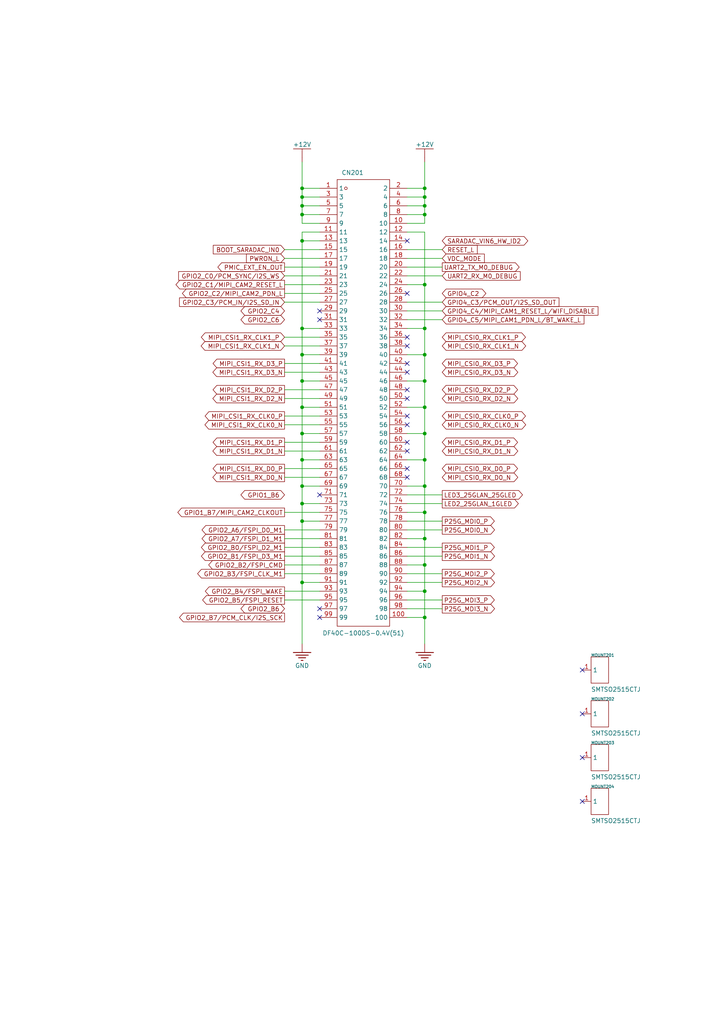
<source format=kicad_sch>
(kicad_sch (version 20250114) (generator "eeschema") (generator_version "9.0")
  (paper "A4" portrait)
  (title_block (title "CM3588 Connector 1"))
  (lib_symbols
    (symbol "mainboard:DF40C-100DS-0.4V(51)"
      (symbol "DF40C-100DS-0.4V(51)_1_0"
        (rectangle (start -7.62 63.5) (end 7.62 -66.04))
        (circle (center -5.08 60.96) (radius 0.381))
        (pin input line (at -12.7 60.96 0) (length 5.08) (name "1") (number "1"))
        (pin input line (at -12.7 58.42 0) (length 5.08) (name "3") (number "3"))
        (pin input line (at -12.7 55.88 0) (length 5.08) (name "5") (number "5"))
        (pin input line (at -12.7 53.34 0) (length 5.08) (name "7") (number "7"))
        (pin input line (at -12.7 50.8 0) (length 5.08) (name "9") (number "9"))
        (pin input line (at -12.7 48.26 0) (length 5.08) (name "11") (number "11"))
        (pin input line (at -12.7 45.72 0) (length 5.08) (name "13") (number "13"))
        (pin input line (at -12.7 43.18 0) (length 5.08) (name "15") (number "15"))
        (pin input line (at -12.7 40.64 0) (length 5.08) (name "17") (number "17"))
        (pin input line (at -12.7 38.1 0) (length 5.08) (name "19") (number "19"))
        (pin input line (at -12.7 35.56 0) (length 5.08) (name "21") (number "21"))
        (pin input line (at -12.7 33.02 0) (length 5.08) (name "23") (number "23"))
        (pin input line (at -12.7 30.48 0) (length 5.08) (name "25") (number "25"))
        (pin input line (at -12.7 27.94 0) (length 5.08) (name "27") (number "27"))
        (pin input line (at -12.7 25.4 0) (length 5.08) (name "29") (number "29"))
        (pin input line (at -12.7 22.86 0) (length 5.08) (name "31") (number "31"))
        (pin input line (at -12.7 20.32 0) (length 5.08) (name "33") (number "33"))
        (pin input line (at -12.7 17.78 0) (length 5.08) (name "35") (number "35"))
        (pin input line (at -12.7 15.24 0) (length 5.08) (name "37") (number "37"))
        (pin input line (at -12.7 12.7 0) (length 5.08) (name "39") (number "39"))
        (pin input line (at -12.7 10.16 0) (length 5.08) (name "41") (number "41"))
        (pin input line (at -12.7 7.62 0) (length 5.08) (name "43") (number "43"))
        (pin input line (at -12.7 5.08 0) (length 5.08) (name "45") (number "45"))
        (pin input line (at -12.7 2.54 0) (length 5.08) (name "47") (number "47"))
        (pin input line (at -12.7 0 0) (length 5.08) (name "49") (number "49"))
        (pin input line (at -12.7 -2.54 0) (length 5.08) (name "51") (number "51"))
        (pin input line (at -12.7 -5.08 0) (length 5.08) (name "53") (number "53"))
        (pin input line (at -12.7 -7.62 0) (length 5.08) (name "55") (number "55"))
        (pin input line (at -12.7 -10.16 0) (length 5.08) (name "57") (number "57"))
        (pin input line (at -12.7 -12.7 0) (length 5.08) (name "59") (number "59"))
        (pin input line (at -12.7 -15.24 0) (length 5.08) (name "61") (number "61"))
        (pin input line (at -12.7 -17.78 0) (length 5.08) (name "63") (number "63"))
        (pin input line (at -12.7 -20.32 0) (length 5.08) (name "65") (number "65"))
        (pin input line (at -12.7 -22.86 0) (length 5.08) (name "67") (number "67"))
        (pin input line (at -12.7 -25.4 0) (length 5.08) (name "69") (number "69"))
        (pin input line (at -12.7 -27.94 0) (length 5.08) (name "71") (number "71"))
        (pin input line (at -12.7 -30.48 0) (length 5.08) (name "73") (number "73"))
        (pin input line (at -12.7 -33.02 0) (length 5.08) (name "75") (number "75"))
        (pin input line (at -12.7 -35.56 0) (length 5.08) (name "77") (number "77"))
        (pin input line (at -12.7 -38.1 0) (length 5.08) (name "79") (number "79"))
        (pin input line (at -12.7 -40.64 0) (length 5.08) (name "81") (number "81"))
        (pin input line (at -12.7 -43.18 0) (length 5.08) (name "83") (number "83"))
        (pin input line (at -12.7 -45.72 0) (length 5.08) (name "85") (number "85"))
        (pin input line (at -12.7 -48.26 0) (length 5.08) (name "87") (number "87"))
        (pin input line (at -12.7 -50.8 0) (length 5.08) (name "89") (number "89"))
        (pin input line (at -12.7 -53.34 0) (length 5.08) (name "91") (number "91"))
        (pin input line (at -12.7 -55.88 0) (length 5.08) (name "93") (number "93"))
        (pin input line (at -12.7 -58.42 0) (length 5.08) (name "95") (number "95"))
        (pin input line (at -12.7 -60.96 0) (length 5.08) (name "97") (number "97"))
        (pin input line (at -12.7 -63.5 0) (length 5.08) (name "99") (number "99"))
        (pin input line (at 12.7 60.96 180) (length 5.08) (name "2") (number "2"))
        (pin input line (at 12.7 58.42 180) (length 5.08) (name "4") (number "4"))
        (pin input line (at 12.7 55.88 180) (length 5.08) (name "6") (number "6"))
        (pin input line (at 12.7 53.34 180) (length 5.08) (name "8") (number "8"))
        (pin input line (at 12.7 50.8 180) (length 5.08) (name "10") (number "10"))
        (pin input line (at 12.7 48.26 180) (length 5.08) (name "12") (number "12"))
        (pin input line (at 12.7 45.72 180) (length 5.08) (name "14") (number "14"))
        (pin input line (at 12.7 43.18 180) (length 5.08) (name "16") (number "16"))
        (pin input line (at 12.7 40.64 180) (length 5.08) (name "18") (number "18"))
        (pin input line (at 12.7 38.1 180) (length 5.08) (name "20") (number "20"))
        (pin input line (at 12.7 35.56 180) (length 5.08) (name "22") (number "22"))
        (pin input line (at 12.7 33.02 180) (length 5.08) (name "24") (number "24"))
        (pin input line (at 12.7 30.48 180) (length 5.08) (name "26") (number "26"))
        (pin input line (at 12.7 27.94 180) (length 5.08) (name "28") (number "28"))
        (pin input line (at 12.7 25.4 180) (length 5.08) (name "30") (number "30"))
        (pin input line (at 12.7 22.86 180) (length 5.08) (name "32") (number "32"))
        (pin input line (at 12.7 20.32 180) (length 5.08) (name "34") (number "34"))
        (pin input line (at 12.7 17.78 180) (length 5.08) (name "36") (number "36"))
        (pin input line (at 12.7 15.24 180) (length 5.08) (name "38") (number "38"))
        (pin input line (at 12.7 12.7 180) (length 5.08) (name "40") (number "40"))
        (pin input line (at 12.7 10.16 180) (length 5.08) (name "42") (number "42"))
        (pin input line (at 12.7 7.62 180) (length 5.08) (name "44") (number "44"))
        (pin input line (at 12.7 5.08 180) (length 5.08) (name "46") (number "46"))
        (pin input line (at 12.7 2.54 180) (length 5.08) (name "48") (number "48"))
        (pin input line (at 12.7 0 180) (length 5.08) (name "50") (number "50"))
        (pin input line (at 12.7 -2.54 180) (length 5.08) (name "52") (number "52"))
        (pin input line (at 12.7 -5.08 180) (length 5.08) (name "54") (number "54"))
        (pin input line (at 12.7 -7.62 180) (length 5.08) (name "56") (number "56"))
        (pin input line (at 12.7 -10.16 180) (length 5.08) (name "58") (number "58"))
        (pin input line (at 12.7 -12.7 180) (length 5.08) (name "60") (number "60"))
        (pin input line (at 12.7 -15.24 180) (length 5.08) (name "62") (number "62"))
        (pin input line (at 12.7 -17.78 180) (length 5.08) (name "64") (number "64"))
        (pin input line (at 12.7 -20.32 180) (length 5.08) (name "66") (number "66"))
        (pin input line (at 12.7 -22.86 180) (length 5.08) (name "68") (number "68"))
        (pin input line (at 12.7 -25.4 180) (length 5.08) (name "70") (number "70"))
        (pin input line (at 12.7 -27.94 180) (length 5.08) (name "72") (number "72"))
        (pin input line (at 12.7 -30.48 180) (length 5.08) (name "74") (number "74"))
        (pin input line (at 12.7 -33.02 180) (length 5.08) (name "76") (number "76"))
        (pin input line (at 12.7 -35.56 180) (length 5.08) (name "78") (number "78"))
        (pin input line (at 12.7 -38.1 180) (length 5.08) (name "80") (number "80"))
        (pin input line (at 12.7 -40.64 180) (length 5.08) (name "82") (number "82"))
        (pin input line (at 12.7 -43.18 180) (length 5.08) (name "84") (number "84"))
        (pin input line (at 12.7 -45.72 180) (length 5.08) (name "86") (number "86"))
        (pin input line (at 12.7 -48.26 180) (length 5.08) (name "88") (number "88"))
        (pin input line (at 12.7 -50.8 180) (length 5.08) (name "90") (number "90"))
        (pin input line (at 12.7 -53.34 180) (length 5.08) (name "92") (number "92"))
        (pin input line (at 12.7 -55.88 180) (length 5.08) (name "94") (number "94"))
        (pin input line (at 12.7 -58.42 180) (length 5.08) (name "96") (number "96"))
        (pin input line (at 12.7 -60.96 180) (length 5.08) (name "98") (number "98"))
        (pin input line (at 12.7 -63.5 180) (length 5.08) (name "100") (number "100"))
      )
    )
    (symbol "mainboard:Ground-GND" (power) (pin_numbers (hide yes)) (pin_names (hide yes))
      (property "Value" "GND" (at 0 -6.35 0))
      (symbol "Ground-GND_1_0"
        (polyline (pts (xy -2.54 -2.54) (xy 2.54 -2.54)) (stroke (width 0.254)))
        (polyline (pts (xy -1.778 -3.302) (xy 1.778 -3.302)) (stroke (width 0.254)))
        (polyline (pts (xy -1.016 -4.064) (xy 1.016 -4.064)) (stroke (width 0.254)))
        (polyline (pts (xy -0.254 -4.826) (xy 0.254 -4.826)) (stroke (width 0.254)))
        (pin power_in line (at 0 0 270) (length 2.54) (name "") (number "1"))
      )
    )
    (symbol "mainboard:Power-5V" (power) (pin_numbers (hide yes)) (pin_names (hide yes))
      (symbol "Power-5V_1_0"
        (polyline (pts (xy -2.54 3.81) (xy 2.54 3.81)))
        (polyline (pts (xy 0 3.81) (xy 0 1.27)))
        (pin power_in line (at 0 0 90) (length 1.27) (name "+12V") (number "1"))
      )
    )
    (symbol "mainboard:SMTSO2515CTJ"
      (property "Reference" "U" (at 0 0 0))
      (symbol "SMTSO2515CTJ_1_0"
        (rectangle (start 0 -3.81) (end 5.08 3.81))
        (pin input line (at -2.54 0 0) (length 2.54) (name "1") (number "1"))
      )
    )
  )
  (junction (at 87.63 54.61))
  (junction (at 123.19 171.45))
  (junction (at 87.63 151.13))
  (junction (at 87.63 125.73))
  (junction (at 123.19 179.07))
  (junction (at 87.63 95.25))
  (junction (at 87.63 62.23))
  (junction (at 87.63 59.69))
  (junction (at 123.19 54.61))
  (junction (at 123.19 156.21))
  (junction (at 87.63 118.11))
  (junction (at 87.63 102.87))
  (junction (at 123.19 118.11))
  (junction (at 123.19 57.15))
  (junction (at 123.19 133.35))
  (junction (at 123.19 140.97))
  (junction (at 87.63 146.05))
  (junction (at 123.19 110.49))
  (junction (at 123.19 59.69))
  (junction (at 123.19 102.87))
  (junction (at 87.63 133.35))
  (junction (at 123.19 163.83))
  (junction (at 123.19 125.73))
  (junction (at 123.19 62.23))
  (junction (at 123.19 95.25))
  (junction (at 87.63 168.91))
  (junction (at 87.63 110.49))
  (junction (at 123.19 82.55))
  (junction (at 87.63 69.85))
  (junction (at 123.19 148.59))
  (junction (at 87.63 140.97))
  (junction (at 87.63 57.15))
  (no_connect (at 92.71 92.71))
  (no_connect (at 118.11 105.41))
  (no_connect (at 168.91 219.71))
  (no_connect (at 92.71 176.53))
  (no_connect (at 118.11 120.65))
  (no_connect (at 92.71 90.17))
  (no_connect (at 118.11 115.57))
  (no_connect (at 118.11 100.33))
  (no_connect (at 118.11 85.09))
  (no_connect (at 168.91 194.31))
  (no_connect (at 118.11 107.95))
  (no_connect (at 92.71 179.07))
  (no_connect (at 118.11 113.03))
  (no_connect (at 118.11 123.19))
  (no_connect (at 118.11 130.81))
  (no_connect (at 118.11 135.89))
  (no_connect (at 118.11 69.85))
  (no_connect (at 118.11 97.79))
  (no_connect (at 118.11 128.27))
  (no_connect (at 168.91 207.01))
  (no_connect (at 118.11 138.43))
  (no_connect (at 168.91 232.41))
  (no_connect (at 92.71 143.51))
  (wire (pts (xy 87.63 151.13) (xy 87.63 146.05)))
  (wire (pts (xy 87.63 57.15) (xy 87.63 59.69)))
  (wire (pts (xy 92.71 146.05) (xy 87.63 146.05)))
  (wire (pts (xy 118.11 179.07) (xy 123.19 179.07)))
  (wire (pts (xy 92.71 107.95) (xy 82.55 107.95)))
  (wire (pts (xy 118.11 110.49) (xy 123.19 110.49)))
  (wire (pts (xy 118.11 67.31) (xy 123.19 67.31)))
  (wire (pts (xy 87.63 118.11) (xy 87.63 110.49)))
  (wire (pts (xy 87.63 186.69) (xy 87.63 168.91)))
  (wire (pts (xy 118.11 102.87) (xy 123.19 102.87)))
  (wire (pts (xy 118.11 62.23) (xy 123.19 62.23)))
  (wire (pts (xy 92.71 54.61) (xy 87.63 54.61)))
  (wire (pts (xy 82.55 97.79) (xy 92.71 97.79)))
  (wire (pts (xy 118.11 156.21) (xy 123.19 156.21)))
  (wire (pts (xy 87.63 133.35) (xy 87.63 125.73)))
  (wire (pts (xy 118.11 54.61) (xy 123.19 54.61)))
  (wire (pts (xy 118.11 140.97) (xy 123.19 140.97)))
  (wire (pts (xy 128.27 90.17) (xy 118.11 90.17)))
  (wire (pts (xy 92.71 140.97) (xy 87.63 140.97)))
  (wire (pts (xy 92.71 125.73) (xy 87.63 125.73)))
  (wire (pts (xy 92.71 115.57) (xy 82.55 115.57)))
  (wire (pts (xy 92.71 133.35) (xy 87.63 133.35)))
  (wire (pts (xy 82.55 80.01) (xy 92.71 80.01)))
  (wire (pts (xy 118.11 74.93) (xy 128.27 74.93)))
  (wire (pts (xy 87.63 95.25) (xy 87.63 69.85)))
  (wire (pts (xy 123.19 148.59) (xy 123.19 140.97)))
  (wire (pts (xy 118.11 72.39) (xy 128.27 72.39)))
  (wire (pts (xy 118.11 146.05) (xy 128.27 146.05)))
  (wire (pts (xy 82.55 87.63) (xy 92.71 87.63)))
  (wire (pts (xy 92.71 148.59) (xy 82.55 148.59)))
  (wire (pts (xy 87.63 125.73) (xy 87.63 118.11)))
  (wire (pts (xy 123.19 186.69) (xy 123.19 179.07)))
  (wire (pts (xy 118.11 80.01) (xy 128.27 80.01)))
  (wire (pts (xy 123.19 54.61) (xy 123.19 57.15)))
  (wire (pts (xy 82.55 163.83) (xy 92.71 163.83)))
  (wire (pts (xy 92.71 95.25) (xy 87.63 95.25)))
  (wire (pts (xy 92.71 161.29) (xy 82.55 161.29)))
  (wire (pts (xy 118.11 148.59) (xy 123.19 148.59)))
  (wire (pts (xy 123.19 179.07) (xy 123.19 171.45)))
  (wire (pts (xy 87.63 110.49) (xy 87.63 102.87)))
  (wire (pts (xy 92.71 123.19) (xy 82.55 123.19)))
  (wire (pts (xy 92.71 130.81) (xy 82.55 130.81)))
  (wire (pts (xy 92.71 105.41) (xy 82.55 105.41)))
  (wire (pts (xy 123.19 125.73) (xy 123.19 118.11)))
  (wire (pts (xy 118.11 82.55) (xy 123.19 82.55)))
  (wire (pts (xy 118.11 133.35) (xy 123.19 133.35)))
  (wire (pts (xy 118.11 166.37) (xy 128.27 166.37)))
  (wire (pts (xy 118.11 168.91) (xy 128.27 168.91)))
  (wire (pts (xy 123.19 171.45) (xy 123.19 163.83)))
  (wire (pts (xy 118.11 57.15) (xy 123.19 57.15)))
  (wire (pts (xy 92.71 85.09) (xy 82.55 85.09)))
  (wire (pts (xy 123.19 95.25) (xy 123.19 82.55)))
  (wire (pts (xy 92.71 82.55) (xy 82.55 82.55)))
  (wire (pts (xy 128.27 87.63) (xy 118.11 87.63)))
  (wire (pts (xy 92.71 128.27) (xy 82.55 128.27)))
  (wire (pts (xy 118.11 125.73) (xy 123.19 125.73)))
  (wire (pts (xy 87.63 54.61) (xy 87.63 57.15)))
  (wire (pts (xy 128.27 92.71) (xy 118.11 92.71)))
  (wire (pts (xy 123.19 102.87) (xy 123.19 95.25)))
  (wire (pts (xy 92.71 59.69) (xy 87.63 59.69)))
  (wire (pts (xy 92.71 72.39) (xy 82.55 72.39)))
  (wire (pts (xy 92.71 118.11) (xy 87.63 118.11)))
  (wire (pts (xy 118.11 118.11) (xy 123.19 118.11)))
  (wire (pts (xy 118.11 143.51) (xy 128.27 143.51)))
  (wire (pts (xy 92.71 74.93) (xy 82.55 74.93)))
  (wire (pts (xy 118.11 153.67) (xy 128.27 153.67)))
  (wire (pts (xy 87.63 146.05) (xy 87.63 140.97)))
  (wire (pts (xy 123.19 82.55) (xy 123.19 67.31)))
  (wire (pts (xy 92.71 102.87) (xy 87.63 102.87)))
  (wire (pts (xy 118.11 151.13) (xy 128.27 151.13)))
  (wire (pts (xy 87.63 69.85) (xy 87.63 67.31)))
  (wire (pts (xy 123.19 62.23) (xy 123.19 64.77)))
  (wire (pts (xy 123.19 118.11) (xy 123.19 110.49)))
  (wire (pts (xy 118.11 163.83) (xy 123.19 163.83)))
  (wire (pts (xy 87.63 46.99) (xy 87.63 54.61)))
  (wire (pts (xy 92.71 168.91) (xy 87.63 168.91)))
  (wire (pts (xy 92.71 69.85) (xy 87.63 69.85)))
  (wire (pts (xy 92.71 138.43) (xy 82.55 138.43)))
  (wire (pts (xy 123.19 57.15) (xy 123.19 59.69)))
  (wire (pts (xy 118.11 95.25) (xy 123.19 95.25)))
  (wire (pts (xy 92.71 156.21) (xy 82.55 156.21)))
  (wire (pts (xy 118.11 176.53) (xy 128.27 176.53)))
  (wire (pts (xy 87.63 102.87) (xy 87.63 95.25)))
  (wire (pts (xy 123.19 140.97) (xy 123.19 133.35)))
  (wire (pts (xy 123.19 46.99) (xy 123.19 54.61)))
  (wire (pts (xy 87.63 168.91) (xy 87.63 151.13)))
  (wire (pts (xy 123.19 59.69) (xy 123.19 62.23)))
  (wire (pts (xy 92.71 64.77) (xy 87.63 64.77)))
  (wire (pts (xy 118.11 64.77) (xy 123.19 64.77)))
  (wire (pts (xy 87.63 140.97) (xy 87.63 133.35)))
  (wire (pts (xy 92.71 153.67) (xy 82.55 153.67)))
  (wire (pts (xy 123.19 163.83) (xy 123.19 156.21)))
  (wire (pts (xy 92.71 151.13) (xy 87.63 151.13)))
  (wire (pts (xy 123.19 156.21) (xy 123.19 148.59)))
  (wire (pts (xy 92.71 57.15) (xy 87.63 57.15)))
  (wire (pts (xy 118.11 158.75) (xy 128.27 158.75)))
  (wire (pts (xy 118.11 59.69) (xy 123.19 59.69)))
  (wire (pts (xy 92.71 120.65) (xy 82.55 120.65)))
  (wire (pts (xy 92.71 113.03) (xy 82.55 113.03)))
  (wire (pts (xy 92.71 135.89) (xy 82.55 135.89)))
  (wire (pts (xy 87.63 59.69) (xy 87.63 62.23)))
  (wire (pts (xy 87.63 62.23) (xy 87.63 64.77)))
  (wire (pts (xy 92.71 67.31) (xy 87.63 67.31)))
  (wire (pts (xy 92.71 166.37) (xy 82.55 166.37)))
  (wire (pts (xy 118.11 171.45) (xy 123.19 171.45)))
  (wire (pts (xy 118.11 161.29) (xy 128.27 161.29)))
  (wire (pts (xy 123.19 133.35) (xy 123.19 125.73)))
  (wire (pts (xy 92.71 100.33) (xy 82.55 100.33)))
  (wire (pts (xy 92.71 77.47) (xy 82.55 77.47)))
  (wire (pts (xy 92.71 62.23) (xy 87.63 62.23)))
  (wire (pts (xy 123.19 110.49) (xy 123.19 102.87)))
  (wire (pts (xy 118.11 173.99) (xy 128.27 173.99)))
  (wire (pts (xy 92.71 171.45) (xy 82.55 171.45)))
  (wire (pts (xy 92.71 158.75) (xy 82.55 158.75)))
  (wire (pts (xy 92.71 110.49) (xy 87.63 110.49)))
  (wire (pts (xy 82.55 173.99) (xy 92.71 173.99)))
  (wire (pts (xy 118.11 77.47) (xy 128.27 77.47)))
  (global_label "MIPI_CSI0_RX_CLK0_N" (shape bidirectional) (at 128.27 123.19 0) (property "Intersheetrefs" "${INTERSHEET_REFS}" (effects (hide yes))))
  (global_label "GPIO4_C4/MIPI_CAM1_RESET_L/WIFI_DISABLE" (shape input) (at 128.27 90.17 0) (property "Intersheetrefs" "${INTERSHEET_REFS}" (effects (hide yes))))
  (global_label "UART2_TX_M0_DEBUG" (shape output) (at 128.27 77.47 0) (property "Intersheetrefs" "${INTERSHEET_REFS}" (effects (hide yes))))
  (global_label "MIPI_CSI0_RX_CLK1_N" (shape bidirectional) (at 128.27 100.33 0) (property "Intersheetrefs" "${INTERSHEET_REFS}" (effects (hide yes))))
  (global_label "MIPI_CSI0_RX_CLK0_P" (shape bidirectional) (at 128.27 120.65 0) (property "Intersheetrefs" "${INTERSHEET_REFS}" (effects (hide yes))))
  (global_label "MIPI_CSI0_RX_D1_P" (shape bidirectional) (at 128.27 128.27 0) (property "Intersheetrefs" "${INTERSHEET_REFS}" (effects (hide yes))))
  (global_label "GPIO2_A7/FSPI_D1_M1" (shape output) (at 82.55 156.21 180) (property "Intersheetrefs" "${INTERSHEET_REFS}" (effects (hide yes))))
  (global_label "GPIO2_C2/MIPI_CAM2_PDN_L" (shape output) (at 82.55 85.09 180) (property "Intersheetrefs" "${INTERSHEET_REFS}" (effects (hide yes))))
  (global_label "BOOT_SARADAC_IN0" (shape input) (at 82.55 72.39 180) (property "Intersheetrefs" "${INTERSHEET_REFS}" (effects (hide yes))))
  (global_label "GPIO2_B5/FSPI_RESET" (shape output) (at 82.55 173.99 180) (property "Intersheetrefs" "${INTERSHEET_REFS}" (effects (hide yes))))
  (global_label "MIPI_CSI1_RX_D3_P" (shape output) (at 82.55 105.41 180) (property "Intersheetrefs" "${INTERSHEET_REFS}" (effects (hide yes))))
  (global_label "MIPI_CSI1_RX_D0_P" (shape output) (at 82.55 135.89 180) (property "Intersheetrefs" "${INTERSHEET_REFS}" (effects (hide yes))))
  (global_label "GPIO2_B2/FSPI_CMD" (shape output) (at 82.55 163.83 180) (property "Intersheetrefs" "${INTERSHEET_REFS}" (effects (hide yes))))
  (global_label "MIPI_CSI0_RX_D2_P" (shape bidirectional) (at 128.27 113.03 0) (property "Intersheetrefs" "${INTERSHEET_REFS}" (effects (hide yes))))
  (global_label "GPIO1_B6" (shape bidirectional) (at 82.55 143.51 180) (property "Intersheetrefs" "${INTERSHEET_REFS}" (effects (hide yes))))
  (global_label "GPIO4_C3/PCM_OUT/I2S_SD_OUT" (shape input) (at 128.27 87.63 0) (property "Intersheetrefs" "${INTERSHEET_REFS}" (effects (hide yes))))
  (global_label "GPIO2_A6/FSPI_D0_M1" (shape output) (at 82.55 153.67 180) (property "Intersheetrefs" "${INTERSHEET_REFS}" (effects (hide yes))))
  (global_label "MIPI_CSI1_RX_D2_P" (shape output) (at 82.55 113.03 180) (property "Intersheetrefs" "${INTERSHEET_REFS}" (effects (hide yes))))
  (global_label "GPIO4_C5/MIPI_CAM1_PDN_L/BT_WAKE_L" (shape input) (at 128.27 92.71 0) (property "Intersheetrefs" "${INTERSHEET_REFS}" (effects (hide yes))))
  (global_label "P25G_MDI3_N" (shape output) (at 128.27 176.53 0) (property "Intersheetrefs" "${INTERSHEET_REFS}" (effects (hide yes))))
  (global_label "P25G_MDI3_P" (shape output) (at 128.27 173.99 0) (property "Intersheetrefs" "${INTERSHEET_REFS}" (effects (hide yes))))
  (global_label "P25G_MDI0_P" (shape output) (at 128.27 151.13 0) (property "Intersheetrefs" "${INTERSHEET_REFS}" (effects (hide yes))))
  (global_label "P25G_MDI2_N" (shape output) (at 128.27 168.91 0) (property "Intersheetrefs" "${INTERSHEET_REFS}" (effects (hide yes))))
  (global_label "GPIO2_B1/FSPI_D3_M1" (shape output) (at 82.55 161.29 180) (property "Intersheetrefs" "${INTERSHEET_REFS}" (effects (hide yes))))
  (global_label "MIPI_CSI1_RX_CLK1_P" (shape bidirectional) (at 82.55 97.79 180) (property "Intersheetrefs" "${INTERSHEET_REFS}" (effects (hide yes))))
  (global_label "MIPI_CSI0_RX_D2_N" (shape bidirectional) (at 128.27 115.57 0) (property "Intersheetrefs" "${INTERSHEET_REFS}" (effects (hide yes))))
  (global_label "GPIO4_C2" (shape bidirectional) (at 128.27 85.09 0) (property "Intersheetrefs" "${INTERSHEET_REFS}" (effects (hide yes))))
  (global_label "SARADAC_VIN6_HW_ID2" (shape bidirectional) (at 128.27 69.85 0) (property "Intersheetrefs" "${INTERSHEET_REFS}" (effects (hide yes))))
  (global_label "GPIO2_B3/FSPI_CLK_M1" (shape output) (at 82.55 166.37 180) (property "Intersheetrefs" "${INTERSHEET_REFS}" (effects (hide yes))))
  (global_label "GPIO2_C1/MIPI_CAM2_RESET_L" (shape output) (at 82.55 82.55 180) (property "Intersheetrefs" "${INTERSHEET_REFS}" (effects (hide yes))))
  (global_label "MIPI_CSI0_RX_CLK1_P" (shape bidirectional) (at 128.27 97.79 0) (property "Intersheetrefs" "${INTERSHEET_REFS}" (effects (hide yes))))
  (global_label "MIPI_CSI1_RX_D0_N" (shape output) (at 82.55 138.43 180) (property "Intersheetrefs" "${INTERSHEET_REFS}" (effects (hide yes))))
  (global_label "MIPI_CSI0_RX_D1_N" (shape bidirectional) (at 128.27 130.81 0) (property "Intersheetrefs" "${INTERSHEET_REFS}" (effects (hide yes))))
  (global_label "LED2_25GLAN_1GLED" (shape output) (at 128.27 146.05 0) (property "Intersheetrefs" "${INTERSHEET_REFS}" (effects (hide yes))))
  (global_label "GPIO2_B7/PCM_CLK/I2S_SCK" (shape output) (at 82.55 179.07 180) (property "Intersheetrefs" "${INTERSHEET_REFS}" (effects (hide yes))))
  (global_label "LED3_25GLAN_25GLED" (shape output) (at 128.27 143.51 0) (property "Intersheetrefs" "${INTERSHEET_REFS}" (effects (hide yes))))
  (global_label "PMIC_EXT_EN_OUT" (shape output) (at 82.55 77.47 180) (property "Intersheetrefs" "${INTERSHEET_REFS}" (effects (hide yes))))
  (global_label "GPIO2_B0/FSPI_D2_M1" (shape output) (at 82.55 158.75 180) (property "Intersheetrefs" "${INTERSHEET_REFS}" (effects (hide yes))))
  (global_label "MIPI_CSI0_RX_D0_N" (shape bidirectional) (at 128.27 138.43 0) (property "Intersheetrefs" "${INTERSHEET_REFS}" (effects (hide yes))))
  (global_label "MIPI_CSI1_RX_D1_N" (shape output) (at 82.55 130.81 180) (property "Intersheetrefs" "${INTERSHEET_REFS}" (effects (hide yes))))
  (global_label "MIPI_CSI0_RX_D0_P" (shape bidirectional) (at 128.27 135.89 0) (property "Intersheetrefs" "${INTERSHEET_REFS}" (effects (hide yes))))
  (global_label "MIPI_CSI1_RX_D2_N" (shape output) (at 82.55 115.57 180) (property "Intersheetrefs" "${INTERSHEET_REFS}" (effects (hide yes))))
  (global_label "P25G_MDI1_P" (shape output) (at 128.27 158.75 0) (property "Intersheetrefs" "${INTERSHEET_REFS}" (effects (hide yes))))
  (global_label "MIPI_CSI1_RX_CLK1_N" (shape bidirectional) (at 82.55 100.33 180) (property "Intersheetrefs" "${INTERSHEET_REFS}" (effects (hide yes))))
  (global_label "P25G_MDI0_N" (shape output) (at 128.27 153.67 0) (property "Intersheetrefs" "${INTERSHEET_REFS}" (effects (hide yes))))
  (global_label "GPIO2_C4" (shape bidirectional) (at 82.55 90.17 180) (property "Intersheetrefs" "${INTERSHEET_REFS}" (effects (hide yes))))
  (global_label "UART2_RX_M0_DEBUG" (shape input) (at 128.27 80.01 0) (property "Intersheetrefs" "${INTERSHEET_REFS}" (effects (hide yes))))
  (global_label "P25G_MDI1_N" (shape output) (at 128.27 161.29 0) (property "Intersheetrefs" "${INTERSHEET_REFS}" (effects (hide yes))))
  (global_label "MIPI_CSI0_RX_D3_P" (shape bidirectional) (at 128.27 105.41 0) (property "Intersheetrefs" "${INTERSHEET_REFS}" (effects (hide yes))))
  (global_label "GPIO2_B6" (shape bidirectional) (at 82.55 176.53 180) (property "Intersheetrefs" "${INTERSHEET_REFS}" (effects (hide yes))))
  (global_label "MIPI_CSI0_RX_D3_N" (shape bidirectional) (at 128.27 107.95 0) (property "Intersheetrefs" "${INTERSHEET_REFS}" (effects (hide yes))))
  (global_label "P25G_MDI2_P" (shape output) (at 128.27 166.37 0) (property "Intersheetrefs" "${INTERSHEET_REFS}" (effects (hide yes))))
  (global_label "MIPI_CSI1_RX_CLK0_N" (shape output) (at 82.55 123.19 180) (property "Intersheetrefs" "${INTERSHEET_REFS}" (effects (hide yes))))
  (global_label "GPIO2_B4/FSPI_WAKE" (shape output) (at 82.55 171.45 180) (property "Intersheetrefs" "${INTERSHEET_REFS}" (effects (hide yes))))
  (global_label "RESET_L" (shape input) (at 128.27 72.39 0) (property "Intersheetrefs" "${INTERSHEET_REFS}" (effects (hide yes))))
  (global_label "MIPI_CSI1_RX_D1_P" (shape output) (at 82.55 128.27 180) (property "Intersheetrefs" "${INTERSHEET_REFS}" (effects (hide yes))))
  (global_label "GPIO1_B7/MIPI_CAM2_CLKOUT" (shape output) (at 82.55 148.59 180) (property "Intersheetrefs" "${INTERSHEET_REFS}" (effects (hide yes))))
  (global_label "MIPI_CSI1_RX_D3_N" (shape output) (at 82.55 107.95 180) (property "Intersheetrefs" "${INTERSHEET_REFS}" (effects (hide yes))))
  (global_label "MIPI_CSI1_RX_CLK0_P" (shape output) (at 82.55 120.65 180) (property "Intersheetrefs" "${INTERSHEET_REFS}" (effects (hide yes))))
  (global_label "PWRON_L" (shape input) (at 82.55 74.93 180) (property "Intersheetrefs" "${INTERSHEET_REFS}" (effects (hide yes))))
  (global_label "GPIO2_C6" (shape bidirectional) (at 82.55 92.71 180) (property "Intersheetrefs" "${INTERSHEET_REFS}" (effects (hide yes))))
  (global_label "GPIO2_C0/PCM_SYNC/I2S_WS" (shape input) (at 82.55 80.01 180) (property "Intersheetrefs" "${INTERSHEET_REFS}" (effects (hide yes))))
  (global_label "GPIO2_C3/PCM_IN/I2S_SD_IN" (shape input) (at 82.55 87.63 180) (property "Intersheetrefs" "${INTERSHEET_REFS}" (effects (hide yes))))
  (global_label "VDC_MODE" (shape input) (at 128.27 74.93 0) (property "Intersheetrefs" "${INTERSHEET_REFS}" (effects (hide yes))))
  (symbol (lib_id "mainboard:SMTSO2515CTJ") (at 171.45 232.41 0) (unit 1)
    (property "Reference" "MOUNT204" (at 171.45 228.6 0) (effects (font (size 0.8382 0.8382)) (justify left bottom)))
    (property "Value" "SMTSO2515CTJ" (at 171.45 238.76 0) (effects (justify left bottom)))
    (property "Footprint" "mainboard:SMD_BD5.6-D4.1" (effects (hide yes)))
    (property "Datasheet" "https://atta.szlcsc.com/upload/public/pdf/source/20211122/17CF5E24EB4D4DC090A80DE3D7DE5E21.pdf" (effects (hide yes)))
    (property "Description" "specifications:M2.5X1.5 surface treatment:镀锡 Product Description:- material quality:- model:SMTSO2515CTJ brand:Sinhoo(雄和远景)" (effects (hide yes)))
    (property "Manufacturer Part" "SMTSO2515CTJ" (effects (hide yes)))
    (property "Manufacturer" "Sinhoo(雄和远景)" (effects (hide yes)))
    (property "Supplier Part" "C2915629" (effects (hide yes)))
    (property "Supplier" "LCSC" (effects (hide yes)))
    (property "LCSC Part Name" "雄和远景，电路板表贴圆螺母柱，M2.5X1.5，铜镀锡,1个" (effects (hide yes)))
  )
  (symbol (lib_id "mainboard:Power-5V") (at 123.19 46.99 0) (unit 1)
    (property "Reference" "#PWR0202" (effects (hide yes)))
    (property "Value" "+12V" (at 123.19 41.91 0))
    (property "Footprint" "mainboard:" (effects (hide yes)))
    (property "Description" "Power-5V" (effects (hide yes)))
  )
  (symbol (lib_id "mainboard:Power-5V") (at 87.63 46.99 0) (unit 1)
    (property "Reference" "#PWR0201" (effects (hide yes)))
    (property "Value" "+12V" (at 87.63 41.91 0))
    (property "Footprint" "mainboard:" (effects (hide yes)))
    (property "Description" "Power-5V" (effects (hide yes)))
  )
  (symbol (lib_id "mainboard:Ground-GND") (at 123.19 186.69 0) (unit 1)
    (property "Reference" "#PWR0204" (effects (hide yes)))
    (property "Value" "GND" (at 123.19 193.04 0))
    (property "Footprint" "mainboard:" (effects (hide yes)))
  )
  (symbol (lib_id "mainboard:Ground-GND") (at 87.63 186.69 0) (unit 1)
    (property "Reference" "#PWR0203" (effects (hide yes)))
    (property "Value" "GND" (at 87.63 193.04 0))
    (property "Footprint" "mainboard:" (effects (hide yes)))
  )
  (symbol (lib_id "mainboard:SMTSO2515CTJ") (at 171.45 194.31 0) (unit 1)
    (property "Reference" "MOUNT201" (at 171.45 190.5 0) (effects (font (size 0.8382 0.8382)) (justify left bottom)))
    (property "Value" "SMTSO2515CTJ" (at 171.45 200.66 0) (effects (justify left bottom)))
    (property "Footprint" "mainboard:SMD_BD5.6-D4.1" (effects (hide yes)))
    (property "Datasheet" "https://atta.szlcsc.com/upload/public/pdf/source/20211122/17CF5E24EB4D4DC090A80DE3D7DE5E21.pdf" (effects (hide yes)))
    (property "Description" "specifications:M2.5X1.5 surface treatment:镀锡 Product Description:- material quality:- model:SMTSO2515CTJ brand:Sinhoo(雄和远景)" (effects (hide yes)))
    (property "Manufacturer Part" "SMTSO2515CTJ" (effects (hide yes)))
    (property "Manufacturer" "Sinhoo(雄和远景)" (effects (hide yes)))
    (property "Supplier Part" "C2915629" (effects (hide yes)))
    (property "Supplier" "LCSC" (effects (hide yes)))
    (property "LCSC Part Name" "雄和远景，电路板表贴圆螺母柱，M2.5X1.5，铜镀锡,1个" (effects (hide yes)))
  )
  (symbol (lib_id "mainboard:SMTSO2515CTJ") (at 171.45 207.01 0) (unit 1)
    (property "Reference" "MOUNT202" (at 171.45 203.2 0) (effects (font (size 0.8382 0.8382)) (justify left bottom)))
    (property "Value" "SMTSO2515CTJ" (at 171.45 213.36 0) (effects (justify left bottom)))
    (property "Footprint" "mainboard:SMD_BD5.6-D4.1" (effects (hide yes)))
    (property "Datasheet" "https://atta.szlcsc.com/upload/public/pdf/source/20211122/17CF5E24EB4D4DC090A80DE3D7DE5E21.pdf" (effects (hide yes)))
    (property "Description" "specifications:M2.5X1.5 surface treatment:镀锡 Product Description:- material quality:- model:SMTSO2515CTJ brand:Sinhoo(雄和远景)" (effects (hide yes)))
    (property "Manufacturer Part" "SMTSO2515CTJ" (effects (hide yes)))
    (property "Manufacturer" "Sinhoo(雄和远景)" (effects (hide yes)))
    (property "Supplier Part" "C2915629" (effects (hide yes)))
    (property "Supplier" "LCSC" (effects (hide yes)))
    (property "LCSC Part Name" "雄和远景，电路板表贴圆螺母柱，M2.5X1.5，铜镀锡,1个" (effects (hide yes)))
  )
  (symbol (lib_id "mainboard:SMTSO2515CTJ") (at 171.45 219.71 0) (unit 1)
    (property "Reference" "MOUNT203" (at 171.45 215.9 0) (effects (font (size 0.8382 0.8382)) (justify left bottom)))
    (property "Value" "SMTSO2515CTJ" (at 171.45 226.06 0) (effects (justify left bottom)))
    (property "Footprint" "mainboard:SMD_BD5.6-D4.1" (effects (hide yes)))
    (property "Datasheet" "https://atta.szlcsc.com/upload/public/pdf/source/20211122/17CF5E24EB4D4DC090A80DE3D7DE5E21.pdf" (effects (hide yes)))
    (property "Description" "specifications:M2.5X1.5 surface treatment:镀锡 Product Description:- material quality:- model:SMTSO2515CTJ brand:Sinhoo(雄和远景)" (effects (hide yes)))
    (property "Manufacturer Part" "SMTSO2515CTJ" (effects (hide yes)))
    (property "Manufacturer" "Sinhoo(雄和远景)" (effects (hide yes)))
    (property "Supplier Part" "C2915629" (effects (hide yes)))
    (property "Supplier" "LCSC" (effects (hide yes)))
    (property "LCSC Part Name" "雄和远景，电路板表贴圆螺母柱，M2.5X1.5，铜镀锡,1个" (effects (hide yes)))
  )
  (symbol (lib_id "mainboard:DF40C-100DS-0.4V(51)") (at 105.41 115.57 0) (unit 1)
    (property "Reference" "CN201" (at 99.06 50.8 0) (effects (justify left bottom)))
    (property "Value" "DF40C-100DS-0.4V(51)" (at 105.41 182.88 0) (effects (justify top)))
    (property "Footprint" "mainboard:CONN-SMD_DF40C-100DS-0.4V-51" (effects (hide yes)))
    (property "Datasheet" "https://atta.szlcsc.com/upload/public/pdf/source/20200611/C597932_F50447A8BD413549CB06DCD4A9C7496A.pdf" (effects (hide yes)))
    (property "Description" "Number of Pins:- Pitch:0.4mm Gender:Female Mounting Style:Brick nogging Number of Rows:2 Current Rating (Max):300mA Contact Plating:Gold Operating Temperature Range:-35°C~+85°C Operating Temperature Range:-35°C~+85°C" (effects (hide yes)))
    (property "Manufacturer Part" "DF40C-100DS-0.4V(51)" (effects (hide yes)))
    (property "Manufacturer" "HRS(广濑)" (effects (hide yes)))
    (property "Supplier Part" "C597931" (effects (hide yes)))
    (property "Supplier" "LCSC" (effects (hide yes)))
    (property "LCSC Part Name" "间距:0.4mm 母 立贴" (effects (hide yes)))
  )
)
</source>
